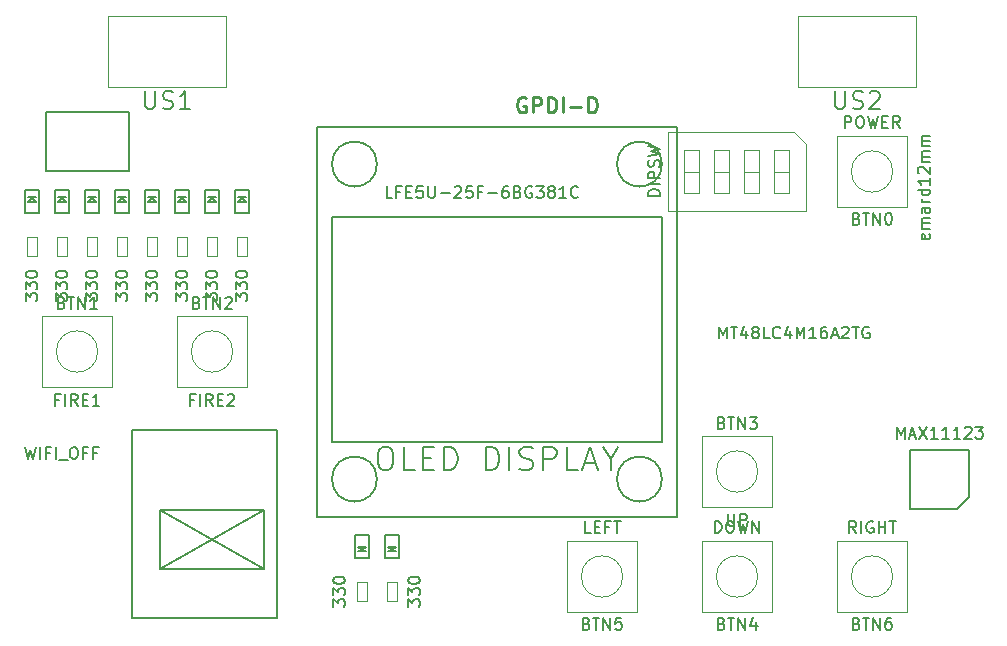
<source format=gbr>
G04 #@! TF.FileFunction,Other,Fab,Top*
%FSLAX46Y46*%
G04 Gerber Fmt 4.6, Leading zero omitted, Abs format (unit mm)*
G04 Created by KiCad (PCBNEW 4.0.7+dfsg1-1) date Fri Nov 10 03:01:21 2017*
%MOMM*%
%LPD*%
G01*
G04 APERTURE LIST*
%ADD10C,0.100000*%
%ADD11C,0.150000*%
%ADD12C,0.254000*%
G04 APERTURE END LIST*
D10*
D11*
X118530000Y-76260000D02*
X117930000Y-76260000D01*
X118230000Y-76360000D02*
X118530000Y-76660000D01*
X117930000Y-76660000D02*
X118230000Y-76360000D01*
X118530000Y-76660000D02*
X117930000Y-76660000D01*
X118830000Y-77660000D02*
X118830000Y-75660000D01*
X117630000Y-77660000D02*
X118830000Y-77660000D01*
X117630000Y-75660000D02*
X117630000Y-77660000D01*
X118830000Y-75660000D02*
X117630000Y-75660000D01*
X115990000Y-76260000D02*
X115390000Y-76260000D01*
X115690000Y-76360000D02*
X115990000Y-76660000D01*
X115390000Y-76660000D02*
X115690000Y-76360000D01*
X115990000Y-76660000D02*
X115390000Y-76660000D01*
X116290000Y-77660000D02*
X116290000Y-75660000D01*
X115090000Y-77660000D02*
X116290000Y-77660000D01*
X115090000Y-75660000D02*
X115090000Y-77660000D01*
X116290000Y-75660000D02*
X115090000Y-75660000D01*
X113450000Y-76260000D02*
X112850000Y-76260000D01*
X113150000Y-76360000D02*
X113450000Y-76660000D01*
X112850000Y-76660000D02*
X113150000Y-76360000D01*
X113450000Y-76660000D02*
X112850000Y-76660000D01*
X113750000Y-77660000D02*
X113750000Y-75660000D01*
X112550000Y-77660000D02*
X113750000Y-77660000D01*
X112550000Y-75660000D02*
X112550000Y-77660000D01*
X113750000Y-75660000D02*
X112550000Y-75660000D01*
X110910000Y-76260000D02*
X110310000Y-76260000D01*
X110610000Y-76360000D02*
X110910000Y-76660000D01*
X110310000Y-76660000D02*
X110610000Y-76360000D01*
X110910000Y-76660000D02*
X110310000Y-76660000D01*
X111210000Y-77660000D02*
X111210000Y-75660000D01*
X110010000Y-77660000D02*
X111210000Y-77660000D01*
X110010000Y-75660000D02*
X110010000Y-77660000D01*
X111210000Y-75660000D02*
X110010000Y-75660000D01*
X108370000Y-76260000D02*
X107770000Y-76260000D01*
X108070000Y-76360000D02*
X108370000Y-76660000D01*
X107770000Y-76660000D02*
X108070000Y-76360000D01*
X108370000Y-76660000D02*
X107770000Y-76660000D01*
X108670000Y-77660000D02*
X108670000Y-75660000D01*
X107470000Y-77660000D02*
X108670000Y-77660000D01*
X107470000Y-75660000D02*
X107470000Y-77660000D01*
X108670000Y-75660000D02*
X107470000Y-75660000D01*
X105830000Y-76260000D02*
X105230000Y-76260000D01*
X105530000Y-76360000D02*
X105830000Y-76660000D01*
X105230000Y-76660000D02*
X105530000Y-76360000D01*
X105830000Y-76660000D02*
X105230000Y-76660000D01*
X106130000Y-77660000D02*
X106130000Y-75660000D01*
X104930000Y-77660000D02*
X106130000Y-77660000D01*
X104930000Y-75660000D02*
X104930000Y-77660000D01*
X106130000Y-75660000D02*
X104930000Y-75660000D01*
X103290000Y-76260000D02*
X102690000Y-76260000D01*
X102990000Y-76360000D02*
X103290000Y-76660000D01*
X102690000Y-76660000D02*
X102990000Y-76360000D01*
X103290000Y-76660000D02*
X102690000Y-76660000D01*
X103590000Y-77660000D02*
X103590000Y-75660000D01*
X102390000Y-77660000D02*
X103590000Y-77660000D01*
X102390000Y-75660000D02*
X102390000Y-77660000D01*
X103590000Y-75660000D02*
X102390000Y-75660000D01*
X100750000Y-76260000D02*
X100150000Y-76260000D01*
X100450000Y-76360000D02*
X100750000Y-76660000D01*
X100150000Y-76660000D02*
X100450000Y-76360000D01*
X100750000Y-76660000D02*
X100150000Y-76660000D01*
X101050000Y-77660000D02*
X101050000Y-75660000D01*
X99850000Y-77660000D02*
X101050000Y-77660000D01*
X99850000Y-75660000D02*
X99850000Y-77660000D01*
X101050000Y-75660000D02*
X99850000Y-75660000D01*
X108624000Y-69080000D02*
X108624000Y-74080000D01*
X101624000Y-69080000D02*
X108624000Y-69080000D01*
X101624000Y-74080000D02*
X101624000Y-69080000D01*
X108624000Y-74080000D02*
X101624000Y-74080000D01*
X128090000Y-106270000D02*
X128690000Y-106270000D01*
X128390000Y-106170000D02*
X128090000Y-105870000D01*
X128690000Y-105870000D02*
X128390000Y-106170000D01*
X128090000Y-105870000D02*
X128690000Y-105870000D01*
X127790000Y-104870000D02*
X127790000Y-106870000D01*
X128990000Y-104870000D02*
X127790000Y-104870000D01*
X128990000Y-106870000D02*
X128990000Y-104870000D01*
X127790000Y-106870000D02*
X128990000Y-106870000D01*
X130630000Y-106270000D02*
X131230000Y-106270000D01*
X130930000Y-106170000D02*
X130630000Y-105870000D01*
X131230000Y-105870000D02*
X130930000Y-106170000D01*
X130630000Y-105870000D02*
X131230000Y-105870000D01*
X130330000Y-104870000D02*
X130330000Y-106870000D01*
X131530000Y-104870000D02*
X130330000Y-104870000D01*
X131530000Y-106870000D02*
X131530000Y-104870000D01*
X130330000Y-106870000D02*
X131530000Y-106870000D01*
D10*
X127990000Y-108880000D02*
X128790000Y-108880000D01*
X127990000Y-110480000D02*
X127990000Y-108880000D01*
X128790000Y-110480000D02*
X127990000Y-110480000D01*
X128790000Y-108880000D02*
X128790000Y-110480000D01*
X131330000Y-110480000D02*
X130530000Y-110480000D01*
X131330000Y-108880000D02*
X131330000Y-110480000D01*
X130530000Y-108880000D02*
X131330000Y-108880000D01*
X130530000Y-110480000D02*
X130530000Y-108880000D01*
X116880000Y-60925000D02*
X116880000Y-66925000D01*
X106880000Y-60925000D02*
X116880000Y-60925000D01*
X106880000Y-66925000D02*
X106880000Y-60925000D01*
X116880000Y-66925000D02*
X106880000Y-66925000D01*
X175300000Y-60925000D02*
X175300000Y-66925000D01*
X165300000Y-60925000D02*
X175300000Y-60925000D01*
X165300000Y-66925000D02*
X165300000Y-60925000D01*
X175300000Y-66925000D02*
X165300000Y-66925000D01*
X118630000Y-81270000D02*
X117830000Y-81270000D01*
X118630000Y-79670000D02*
X118630000Y-81270000D01*
X117830000Y-79670000D02*
X118630000Y-79670000D01*
X117830000Y-81270000D02*
X117830000Y-79670000D01*
X116090000Y-81270000D02*
X115290000Y-81270000D01*
X116090000Y-79670000D02*
X116090000Y-81270000D01*
X115290000Y-79670000D02*
X116090000Y-79670000D01*
X115290000Y-81270000D02*
X115290000Y-79670000D01*
X113550000Y-81270000D02*
X112750000Y-81270000D01*
X113550000Y-79670000D02*
X113550000Y-81270000D01*
X112750000Y-79670000D02*
X113550000Y-79670000D01*
X112750000Y-81270000D02*
X112750000Y-79670000D01*
X111010000Y-81270000D02*
X110210000Y-81270000D01*
X111010000Y-79670000D02*
X111010000Y-81270000D01*
X110210000Y-79670000D02*
X111010000Y-79670000D01*
X110210000Y-81270000D02*
X110210000Y-79670000D01*
X108470000Y-81270000D02*
X107670000Y-81270000D01*
X108470000Y-79670000D02*
X108470000Y-81270000D01*
X107670000Y-79670000D02*
X108470000Y-79670000D01*
X107670000Y-81270000D02*
X107670000Y-79670000D01*
X105930000Y-81270000D02*
X105130000Y-81270000D01*
X105930000Y-79670000D02*
X105930000Y-81270000D01*
X105130000Y-79670000D02*
X105930000Y-79670000D01*
X105130000Y-81270000D02*
X105130000Y-79670000D01*
X103390000Y-81270000D02*
X102590000Y-81270000D01*
X103390000Y-79670000D02*
X103390000Y-81270000D01*
X102590000Y-79670000D02*
X103390000Y-79670000D01*
X102590000Y-81270000D02*
X102590000Y-79670000D01*
X100850000Y-81270000D02*
X100050000Y-81270000D01*
X100850000Y-79670000D02*
X100850000Y-81270000D01*
X100050000Y-79670000D02*
X100850000Y-79670000D01*
X100050000Y-81270000D02*
X100050000Y-79670000D01*
D11*
X178785000Y-102655000D02*
X174785000Y-102655000D01*
X174785000Y-102655000D02*
X174785000Y-97655000D01*
X174785000Y-97655000D02*
X179785000Y-97655000D01*
X179785000Y-97655000D02*
X179785000Y-101655000D01*
X179785000Y-101655000D02*
X178785000Y-102655000D01*
X153790000Y-73485000D02*
G75*
G03X153790000Y-73485000I-1905000J0D01*
G01*
X129660000Y-73485000D02*
G75*
G03X129660000Y-73485000I-1905000J0D01*
G01*
X129660000Y-100155000D02*
G75*
G03X129660000Y-100155000I-1905000J0D01*
G01*
X153790000Y-100155000D02*
G75*
G03X153790000Y-100155000I-1905000J0D01*
G01*
X153790000Y-77930000D02*
X153790000Y-96980000D01*
X125850000Y-77930000D02*
X153790000Y-77930000D01*
X125850000Y-96980000D02*
X125850000Y-77930000D01*
X153790000Y-96980000D02*
X125850000Y-96980000D01*
X155060000Y-70310000D02*
X155060000Y-103330000D01*
X124580000Y-70310000D02*
X155060000Y-70310000D01*
X124580000Y-103330000D02*
X124580000Y-70310000D01*
X155060000Y-103330000D02*
X124580000Y-103330000D01*
D10*
X174570000Y-77120000D02*
X174570000Y-71120000D01*
X174570000Y-71120000D02*
X168570000Y-71120000D01*
X168570000Y-71120000D02*
X168570000Y-77120000D01*
X168570000Y-77120000D02*
X174570000Y-77120000D01*
X173320714Y-74120000D02*
G75*
G03X173320714Y-74120000I-1750714J0D01*
G01*
X101260000Y-86360000D02*
X101260000Y-92360000D01*
X101260000Y-92360000D02*
X107260000Y-92360000D01*
X107260000Y-92360000D02*
X107260000Y-86360000D01*
X107260000Y-86360000D02*
X101260000Y-86360000D01*
X106010714Y-89360000D02*
G75*
G03X106010714Y-89360000I-1750714J0D01*
G01*
X112690000Y-86360000D02*
X112690000Y-92360000D01*
X112690000Y-92360000D02*
X118690000Y-92360000D01*
X118690000Y-92360000D02*
X118690000Y-86360000D01*
X118690000Y-86360000D02*
X112690000Y-86360000D01*
X117440714Y-89360000D02*
G75*
G03X117440714Y-89360000I-1750714J0D01*
G01*
X157140000Y-96520000D02*
X157140000Y-102520000D01*
X157140000Y-102520000D02*
X163140000Y-102520000D01*
X163140000Y-102520000D02*
X163140000Y-96520000D01*
X163140000Y-96520000D02*
X157140000Y-96520000D01*
X161890714Y-99520000D02*
G75*
G03X161890714Y-99520000I-1750714J0D01*
G01*
X163140000Y-111410000D02*
X163140000Y-105410000D01*
X163140000Y-105410000D02*
X157140000Y-105410000D01*
X157140000Y-105410000D02*
X157140000Y-111410000D01*
X157140000Y-111410000D02*
X163140000Y-111410000D01*
X161890714Y-108410000D02*
G75*
G03X161890714Y-108410000I-1750714J0D01*
G01*
X151710000Y-111410000D02*
X151710000Y-105410000D01*
X151710000Y-105410000D02*
X145710000Y-105410000D01*
X145710000Y-105410000D02*
X145710000Y-111410000D01*
X145710000Y-111410000D02*
X151710000Y-111410000D01*
X150460714Y-108410000D02*
G75*
G03X150460714Y-108410000I-1750714J0D01*
G01*
X174570000Y-111410000D02*
X174570000Y-105410000D01*
X174570000Y-105410000D02*
X168570000Y-105410000D01*
X168570000Y-105410000D02*
X168570000Y-111410000D01*
X168570000Y-111410000D02*
X174570000Y-111410000D01*
X173320714Y-108410000D02*
G75*
G03X173320714Y-108410000I-1750714J0D01*
G01*
X166000000Y-71780000D02*
X166000000Y-77460000D01*
X166000000Y-77460000D02*
X154280000Y-77460000D01*
X154280000Y-77460000D02*
X154280000Y-70780000D01*
X154280000Y-70780000D02*
X165000000Y-70780000D01*
X165000000Y-70780000D02*
X166000000Y-71780000D01*
X164585000Y-72310000D02*
X163315000Y-72310000D01*
X163315000Y-72310000D02*
X163315000Y-75930000D01*
X163315000Y-75930000D02*
X164585000Y-75930000D01*
X164585000Y-75930000D02*
X164585000Y-72310000D01*
X164585000Y-74120000D02*
X163315000Y-74120000D01*
X162045000Y-72310000D02*
X160775000Y-72310000D01*
X160775000Y-72310000D02*
X160775000Y-75930000D01*
X160775000Y-75930000D02*
X162045000Y-75930000D01*
X162045000Y-75930000D02*
X162045000Y-72310000D01*
X162045000Y-74120000D02*
X160775000Y-74120000D01*
X159505000Y-72310000D02*
X158235000Y-72310000D01*
X158235000Y-72310000D02*
X158235000Y-75930000D01*
X158235000Y-75930000D02*
X159505000Y-75930000D01*
X159505000Y-75930000D02*
X159505000Y-72310000D01*
X159505000Y-74120000D02*
X158235000Y-74120000D01*
X156965000Y-72310000D02*
X155695000Y-72310000D01*
X155695000Y-72310000D02*
X155695000Y-75930000D01*
X155695000Y-75930000D02*
X156965000Y-75930000D01*
X156965000Y-75930000D02*
X156965000Y-72310000D01*
X156965000Y-74120000D02*
X155695000Y-74120000D01*
D11*
X120055000Y-102815000D02*
X111255000Y-107765000D01*
X120055000Y-107765000D02*
X111255000Y-102815000D01*
X120055000Y-102815000D02*
X120055000Y-107765000D01*
X111255000Y-102815000D02*
X111255000Y-107765000D01*
X111255000Y-107765000D02*
X120055000Y-107765000D01*
X120055000Y-102815000D02*
X111255000Y-102815000D01*
X121205000Y-95965000D02*
X108905000Y-95965000D01*
X121205000Y-111915000D02*
X121205000Y-95965000D01*
X108905000Y-111915000D02*
X121205000Y-111915000D01*
X108905000Y-95965000D02*
X108905000Y-111915000D01*
X158608857Y-88252381D02*
X158608857Y-87252381D01*
X158942191Y-87966667D01*
X159275524Y-87252381D01*
X159275524Y-88252381D01*
X159608857Y-87252381D02*
X160180286Y-87252381D01*
X159894571Y-88252381D02*
X159894571Y-87252381D01*
X160942191Y-87585714D02*
X160942191Y-88252381D01*
X160704095Y-87204762D02*
X160466000Y-87919048D01*
X161085048Y-87919048D01*
X161608857Y-87680952D02*
X161513619Y-87633333D01*
X161466000Y-87585714D01*
X161418381Y-87490476D01*
X161418381Y-87442857D01*
X161466000Y-87347619D01*
X161513619Y-87300000D01*
X161608857Y-87252381D01*
X161799334Y-87252381D01*
X161894572Y-87300000D01*
X161942191Y-87347619D01*
X161989810Y-87442857D01*
X161989810Y-87490476D01*
X161942191Y-87585714D01*
X161894572Y-87633333D01*
X161799334Y-87680952D01*
X161608857Y-87680952D01*
X161513619Y-87728571D01*
X161466000Y-87776190D01*
X161418381Y-87871429D01*
X161418381Y-88061905D01*
X161466000Y-88157143D01*
X161513619Y-88204762D01*
X161608857Y-88252381D01*
X161799334Y-88252381D01*
X161894572Y-88204762D01*
X161942191Y-88157143D01*
X161989810Y-88061905D01*
X161989810Y-87871429D01*
X161942191Y-87776190D01*
X161894572Y-87728571D01*
X161799334Y-87680952D01*
X162894572Y-88252381D02*
X162418381Y-88252381D01*
X162418381Y-87252381D01*
X163799334Y-88157143D02*
X163751715Y-88204762D01*
X163608858Y-88252381D01*
X163513620Y-88252381D01*
X163370762Y-88204762D01*
X163275524Y-88109524D01*
X163227905Y-88014286D01*
X163180286Y-87823810D01*
X163180286Y-87680952D01*
X163227905Y-87490476D01*
X163275524Y-87395238D01*
X163370762Y-87300000D01*
X163513620Y-87252381D01*
X163608858Y-87252381D01*
X163751715Y-87300000D01*
X163799334Y-87347619D01*
X164656477Y-87585714D02*
X164656477Y-88252381D01*
X164418381Y-87204762D02*
X164180286Y-87919048D01*
X164799334Y-87919048D01*
X165180286Y-88252381D02*
X165180286Y-87252381D01*
X165513620Y-87966667D01*
X165846953Y-87252381D01*
X165846953Y-88252381D01*
X166846953Y-88252381D02*
X166275524Y-88252381D01*
X166561238Y-88252381D02*
X166561238Y-87252381D01*
X166466000Y-87395238D01*
X166370762Y-87490476D01*
X166275524Y-87538095D01*
X167704096Y-87252381D02*
X167513619Y-87252381D01*
X167418381Y-87300000D01*
X167370762Y-87347619D01*
X167275524Y-87490476D01*
X167227905Y-87680952D01*
X167227905Y-88061905D01*
X167275524Y-88157143D01*
X167323143Y-88204762D01*
X167418381Y-88252381D01*
X167608858Y-88252381D01*
X167704096Y-88204762D01*
X167751715Y-88157143D01*
X167799334Y-88061905D01*
X167799334Y-87823810D01*
X167751715Y-87728571D01*
X167704096Y-87680952D01*
X167608858Y-87633333D01*
X167418381Y-87633333D01*
X167323143Y-87680952D01*
X167275524Y-87728571D01*
X167227905Y-87823810D01*
X168180286Y-87966667D02*
X168656477Y-87966667D01*
X168085048Y-88252381D02*
X168418381Y-87252381D01*
X168751715Y-88252381D01*
X169037429Y-87347619D02*
X169085048Y-87300000D01*
X169180286Y-87252381D01*
X169418382Y-87252381D01*
X169513620Y-87300000D01*
X169561239Y-87347619D01*
X169608858Y-87442857D01*
X169608858Y-87538095D01*
X169561239Y-87680952D01*
X168989810Y-88252381D01*
X169608858Y-88252381D01*
X169894572Y-87252381D02*
X170466001Y-87252381D01*
X170180286Y-88252381D02*
X170180286Y-87252381D01*
X171323144Y-87300000D02*
X171227906Y-87252381D01*
X171085049Y-87252381D01*
X170942191Y-87300000D01*
X170846953Y-87395238D01*
X170799334Y-87490476D01*
X170751715Y-87680952D01*
X170751715Y-87823810D01*
X170799334Y-88014286D01*
X170846953Y-88109524D01*
X170942191Y-88204762D01*
X171085049Y-88252381D01*
X171180287Y-88252381D01*
X171323144Y-88204762D01*
X171370763Y-88157143D01*
X171370763Y-87823810D01*
X171180287Y-87823810D01*
X99894762Y-97448381D02*
X100132857Y-98448381D01*
X100323334Y-97734095D01*
X100513810Y-98448381D01*
X100751905Y-97448381D01*
X101132857Y-98448381D02*
X101132857Y-97448381D01*
X101942381Y-97924571D02*
X101609047Y-97924571D01*
X101609047Y-98448381D02*
X101609047Y-97448381D01*
X102085238Y-97448381D01*
X102466190Y-98448381D02*
X102466190Y-97448381D01*
X102704285Y-98543619D02*
X103466190Y-98543619D01*
X103894761Y-97448381D02*
X104085238Y-97448381D01*
X104180476Y-97496000D01*
X104275714Y-97591238D01*
X104323333Y-97781714D01*
X104323333Y-98115048D01*
X104275714Y-98305524D01*
X104180476Y-98400762D01*
X104085238Y-98448381D01*
X103894761Y-98448381D01*
X103799523Y-98400762D01*
X103704285Y-98305524D01*
X103656666Y-98115048D01*
X103656666Y-97781714D01*
X103704285Y-97591238D01*
X103799523Y-97496000D01*
X103894761Y-97448381D01*
X105085238Y-97924571D02*
X104751904Y-97924571D01*
X104751904Y-98448381D02*
X104751904Y-97448381D01*
X105228095Y-97448381D01*
X105942381Y-97924571D02*
X105609047Y-97924571D01*
X105609047Y-98448381D02*
X105609047Y-97448381D01*
X106085238Y-97448381D01*
X125942381Y-110965714D02*
X125942381Y-110346666D01*
X126323333Y-110680000D01*
X126323333Y-110537142D01*
X126370952Y-110441904D01*
X126418571Y-110394285D01*
X126513810Y-110346666D01*
X126751905Y-110346666D01*
X126847143Y-110394285D01*
X126894762Y-110441904D01*
X126942381Y-110537142D01*
X126942381Y-110822857D01*
X126894762Y-110918095D01*
X126847143Y-110965714D01*
X125942381Y-110013333D02*
X125942381Y-109394285D01*
X126323333Y-109727619D01*
X126323333Y-109584761D01*
X126370952Y-109489523D01*
X126418571Y-109441904D01*
X126513810Y-109394285D01*
X126751905Y-109394285D01*
X126847143Y-109441904D01*
X126894762Y-109489523D01*
X126942381Y-109584761D01*
X126942381Y-109870476D01*
X126894762Y-109965714D01*
X126847143Y-110013333D01*
X125942381Y-108775238D02*
X125942381Y-108679999D01*
X125990000Y-108584761D01*
X126037619Y-108537142D01*
X126132857Y-108489523D01*
X126323333Y-108441904D01*
X126561429Y-108441904D01*
X126751905Y-108489523D01*
X126847143Y-108537142D01*
X126894762Y-108584761D01*
X126942381Y-108679999D01*
X126942381Y-108775238D01*
X126894762Y-108870476D01*
X126847143Y-108918095D01*
X126751905Y-108965714D01*
X126561429Y-109013333D01*
X126323333Y-109013333D01*
X126132857Y-108965714D01*
X126037619Y-108918095D01*
X125990000Y-108870476D01*
X125942381Y-108775238D01*
X132282381Y-110965714D02*
X132282381Y-110346666D01*
X132663333Y-110680000D01*
X132663333Y-110537142D01*
X132710952Y-110441904D01*
X132758571Y-110394285D01*
X132853810Y-110346666D01*
X133091905Y-110346666D01*
X133187143Y-110394285D01*
X133234762Y-110441904D01*
X133282381Y-110537142D01*
X133282381Y-110822857D01*
X133234762Y-110918095D01*
X133187143Y-110965714D01*
X132282381Y-110013333D02*
X132282381Y-109394285D01*
X132663333Y-109727619D01*
X132663333Y-109584761D01*
X132710952Y-109489523D01*
X132758571Y-109441904D01*
X132853810Y-109394285D01*
X133091905Y-109394285D01*
X133187143Y-109441904D01*
X133234762Y-109489523D01*
X133282381Y-109584761D01*
X133282381Y-109870476D01*
X133234762Y-109965714D01*
X133187143Y-110013333D01*
X132282381Y-108775238D02*
X132282381Y-108679999D01*
X132330000Y-108584761D01*
X132377619Y-108537142D01*
X132472857Y-108489523D01*
X132663333Y-108441904D01*
X132901429Y-108441904D01*
X133091905Y-108489523D01*
X133187143Y-108537142D01*
X133234762Y-108584761D01*
X133282381Y-108679999D01*
X133282381Y-108775238D01*
X133234762Y-108870476D01*
X133187143Y-108918095D01*
X133091905Y-108965714D01*
X132901429Y-109013333D01*
X132663333Y-109013333D01*
X132472857Y-108965714D01*
X132377619Y-108918095D01*
X132330000Y-108870476D01*
X132282381Y-108775238D01*
X110022858Y-67329571D02*
X110022858Y-68543857D01*
X110094286Y-68686714D01*
X110165715Y-68758143D01*
X110308572Y-68829571D01*
X110594286Y-68829571D01*
X110737144Y-68758143D01*
X110808572Y-68686714D01*
X110880001Y-68543857D01*
X110880001Y-67329571D01*
X111522858Y-68758143D02*
X111737144Y-68829571D01*
X112094287Y-68829571D01*
X112237144Y-68758143D01*
X112308573Y-68686714D01*
X112380001Y-68543857D01*
X112380001Y-68401000D01*
X112308573Y-68258143D01*
X112237144Y-68186714D01*
X112094287Y-68115286D01*
X111808573Y-68043857D01*
X111665715Y-67972429D01*
X111594287Y-67901000D01*
X111522858Y-67758143D01*
X111522858Y-67615286D01*
X111594287Y-67472429D01*
X111665715Y-67401000D01*
X111808573Y-67329571D01*
X112165715Y-67329571D01*
X112380001Y-67401000D01*
X113808572Y-68829571D02*
X112951429Y-68829571D01*
X113380001Y-68829571D02*
X113380001Y-67329571D01*
X113237144Y-67543857D01*
X113094286Y-67686714D01*
X112951429Y-67758143D01*
X168442858Y-67329571D02*
X168442858Y-68543857D01*
X168514286Y-68686714D01*
X168585715Y-68758143D01*
X168728572Y-68829571D01*
X169014286Y-68829571D01*
X169157144Y-68758143D01*
X169228572Y-68686714D01*
X169300001Y-68543857D01*
X169300001Y-67329571D01*
X169942858Y-68758143D02*
X170157144Y-68829571D01*
X170514287Y-68829571D01*
X170657144Y-68758143D01*
X170728573Y-68686714D01*
X170800001Y-68543857D01*
X170800001Y-68401000D01*
X170728573Y-68258143D01*
X170657144Y-68186714D01*
X170514287Y-68115286D01*
X170228573Y-68043857D01*
X170085715Y-67972429D01*
X170014287Y-67901000D01*
X169942858Y-67758143D01*
X169942858Y-67615286D01*
X170014287Y-67472429D01*
X170085715Y-67401000D01*
X170228573Y-67329571D01*
X170585715Y-67329571D01*
X170800001Y-67401000D01*
X171371429Y-67472429D02*
X171442858Y-67401000D01*
X171585715Y-67329571D01*
X171942858Y-67329571D01*
X172085715Y-67401000D01*
X172157144Y-67472429D01*
X172228572Y-67615286D01*
X172228572Y-67758143D01*
X172157144Y-67972429D01*
X171300001Y-68829571D01*
X172228572Y-68829571D01*
X117682381Y-85057714D02*
X117682381Y-84438666D01*
X118063333Y-84772000D01*
X118063333Y-84629142D01*
X118110952Y-84533904D01*
X118158571Y-84486285D01*
X118253810Y-84438666D01*
X118491905Y-84438666D01*
X118587143Y-84486285D01*
X118634762Y-84533904D01*
X118682381Y-84629142D01*
X118682381Y-84914857D01*
X118634762Y-85010095D01*
X118587143Y-85057714D01*
X117682381Y-84105333D02*
X117682381Y-83486285D01*
X118063333Y-83819619D01*
X118063333Y-83676761D01*
X118110952Y-83581523D01*
X118158571Y-83533904D01*
X118253810Y-83486285D01*
X118491905Y-83486285D01*
X118587143Y-83533904D01*
X118634762Y-83581523D01*
X118682381Y-83676761D01*
X118682381Y-83962476D01*
X118634762Y-84057714D01*
X118587143Y-84105333D01*
X117682381Y-82867238D02*
X117682381Y-82771999D01*
X117730000Y-82676761D01*
X117777619Y-82629142D01*
X117872857Y-82581523D01*
X118063333Y-82533904D01*
X118301429Y-82533904D01*
X118491905Y-82581523D01*
X118587143Y-82629142D01*
X118634762Y-82676761D01*
X118682381Y-82771999D01*
X118682381Y-82867238D01*
X118634762Y-82962476D01*
X118587143Y-83010095D01*
X118491905Y-83057714D01*
X118301429Y-83105333D01*
X118063333Y-83105333D01*
X117872857Y-83057714D01*
X117777619Y-83010095D01*
X117730000Y-82962476D01*
X117682381Y-82867238D01*
X115142381Y-85057714D02*
X115142381Y-84438666D01*
X115523333Y-84772000D01*
X115523333Y-84629142D01*
X115570952Y-84533904D01*
X115618571Y-84486285D01*
X115713810Y-84438666D01*
X115951905Y-84438666D01*
X116047143Y-84486285D01*
X116094762Y-84533904D01*
X116142381Y-84629142D01*
X116142381Y-84914857D01*
X116094762Y-85010095D01*
X116047143Y-85057714D01*
X115142381Y-84105333D02*
X115142381Y-83486285D01*
X115523333Y-83819619D01*
X115523333Y-83676761D01*
X115570952Y-83581523D01*
X115618571Y-83533904D01*
X115713810Y-83486285D01*
X115951905Y-83486285D01*
X116047143Y-83533904D01*
X116094762Y-83581523D01*
X116142381Y-83676761D01*
X116142381Y-83962476D01*
X116094762Y-84057714D01*
X116047143Y-84105333D01*
X115142381Y-82867238D02*
X115142381Y-82771999D01*
X115190000Y-82676761D01*
X115237619Y-82629142D01*
X115332857Y-82581523D01*
X115523333Y-82533904D01*
X115761429Y-82533904D01*
X115951905Y-82581523D01*
X116047143Y-82629142D01*
X116094762Y-82676761D01*
X116142381Y-82771999D01*
X116142381Y-82867238D01*
X116094762Y-82962476D01*
X116047143Y-83010095D01*
X115951905Y-83057714D01*
X115761429Y-83105333D01*
X115523333Y-83105333D01*
X115332857Y-83057714D01*
X115237619Y-83010095D01*
X115190000Y-82962476D01*
X115142381Y-82867238D01*
X112602381Y-85057714D02*
X112602381Y-84438666D01*
X112983333Y-84772000D01*
X112983333Y-84629142D01*
X113030952Y-84533904D01*
X113078571Y-84486285D01*
X113173810Y-84438666D01*
X113411905Y-84438666D01*
X113507143Y-84486285D01*
X113554762Y-84533904D01*
X113602381Y-84629142D01*
X113602381Y-84914857D01*
X113554762Y-85010095D01*
X113507143Y-85057714D01*
X112602381Y-84105333D02*
X112602381Y-83486285D01*
X112983333Y-83819619D01*
X112983333Y-83676761D01*
X113030952Y-83581523D01*
X113078571Y-83533904D01*
X113173810Y-83486285D01*
X113411905Y-83486285D01*
X113507143Y-83533904D01*
X113554762Y-83581523D01*
X113602381Y-83676761D01*
X113602381Y-83962476D01*
X113554762Y-84057714D01*
X113507143Y-84105333D01*
X112602381Y-82867238D02*
X112602381Y-82771999D01*
X112650000Y-82676761D01*
X112697619Y-82629142D01*
X112792857Y-82581523D01*
X112983333Y-82533904D01*
X113221429Y-82533904D01*
X113411905Y-82581523D01*
X113507143Y-82629142D01*
X113554762Y-82676761D01*
X113602381Y-82771999D01*
X113602381Y-82867238D01*
X113554762Y-82962476D01*
X113507143Y-83010095D01*
X113411905Y-83057714D01*
X113221429Y-83105333D01*
X112983333Y-83105333D01*
X112792857Y-83057714D01*
X112697619Y-83010095D01*
X112650000Y-82962476D01*
X112602381Y-82867238D01*
X110062381Y-85057714D02*
X110062381Y-84438666D01*
X110443333Y-84772000D01*
X110443333Y-84629142D01*
X110490952Y-84533904D01*
X110538571Y-84486285D01*
X110633810Y-84438666D01*
X110871905Y-84438666D01*
X110967143Y-84486285D01*
X111014762Y-84533904D01*
X111062381Y-84629142D01*
X111062381Y-84914857D01*
X111014762Y-85010095D01*
X110967143Y-85057714D01*
X110062381Y-84105333D02*
X110062381Y-83486285D01*
X110443333Y-83819619D01*
X110443333Y-83676761D01*
X110490952Y-83581523D01*
X110538571Y-83533904D01*
X110633810Y-83486285D01*
X110871905Y-83486285D01*
X110967143Y-83533904D01*
X111014762Y-83581523D01*
X111062381Y-83676761D01*
X111062381Y-83962476D01*
X111014762Y-84057714D01*
X110967143Y-84105333D01*
X110062381Y-82867238D02*
X110062381Y-82771999D01*
X110110000Y-82676761D01*
X110157619Y-82629142D01*
X110252857Y-82581523D01*
X110443333Y-82533904D01*
X110681429Y-82533904D01*
X110871905Y-82581523D01*
X110967143Y-82629142D01*
X111014762Y-82676761D01*
X111062381Y-82771999D01*
X111062381Y-82867238D01*
X111014762Y-82962476D01*
X110967143Y-83010095D01*
X110871905Y-83057714D01*
X110681429Y-83105333D01*
X110443333Y-83105333D01*
X110252857Y-83057714D01*
X110157619Y-83010095D01*
X110110000Y-82962476D01*
X110062381Y-82867238D01*
X107522381Y-85057714D02*
X107522381Y-84438666D01*
X107903333Y-84772000D01*
X107903333Y-84629142D01*
X107950952Y-84533904D01*
X107998571Y-84486285D01*
X108093810Y-84438666D01*
X108331905Y-84438666D01*
X108427143Y-84486285D01*
X108474762Y-84533904D01*
X108522381Y-84629142D01*
X108522381Y-84914857D01*
X108474762Y-85010095D01*
X108427143Y-85057714D01*
X107522381Y-84105333D02*
X107522381Y-83486285D01*
X107903333Y-83819619D01*
X107903333Y-83676761D01*
X107950952Y-83581523D01*
X107998571Y-83533904D01*
X108093810Y-83486285D01*
X108331905Y-83486285D01*
X108427143Y-83533904D01*
X108474762Y-83581523D01*
X108522381Y-83676761D01*
X108522381Y-83962476D01*
X108474762Y-84057714D01*
X108427143Y-84105333D01*
X107522381Y-82867238D02*
X107522381Y-82771999D01*
X107570000Y-82676761D01*
X107617619Y-82629142D01*
X107712857Y-82581523D01*
X107903333Y-82533904D01*
X108141429Y-82533904D01*
X108331905Y-82581523D01*
X108427143Y-82629142D01*
X108474762Y-82676761D01*
X108522381Y-82771999D01*
X108522381Y-82867238D01*
X108474762Y-82962476D01*
X108427143Y-83010095D01*
X108331905Y-83057714D01*
X108141429Y-83105333D01*
X107903333Y-83105333D01*
X107712857Y-83057714D01*
X107617619Y-83010095D01*
X107570000Y-82962476D01*
X107522381Y-82867238D01*
X104982381Y-85057714D02*
X104982381Y-84438666D01*
X105363333Y-84772000D01*
X105363333Y-84629142D01*
X105410952Y-84533904D01*
X105458571Y-84486285D01*
X105553810Y-84438666D01*
X105791905Y-84438666D01*
X105887143Y-84486285D01*
X105934762Y-84533904D01*
X105982381Y-84629142D01*
X105982381Y-84914857D01*
X105934762Y-85010095D01*
X105887143Y-85057714D01*
X104982381Y-84105333D02*
X104982381Y-83486285D01*
X105363333Y-83819619D01*
X105363333Y-83676761D01*
X105410952Y-83581523D01*
X105458571Y-83533904D01*
X105553810Y-83486285D01*
X105791905Y-83486285D01*
X105887143Y-83533904D01*
X105934762Y-83581523D01*
X105982381Y-83676761D01*
X105982381Y-83962476D01*
X105934762Y-84057714D01*
X105887143Y-84105333D01*
X104982381Y-82867238D02*
X104982381Y-82771999D01*
X105030000Y-82676761D01*
X105077619Y-82629142D01*
X105172857Y-82581523D01*
X105363333Y-82533904D01*
X105601429Y-82533904D01*
X105791905Y-82581523D01*
X105887143Y-82629142D01*
X105934762Y-82676761D01*
X105982381Y-82771999D01*
X105982381Y-82867238D01*
X105934762Y-82962476D01*
X105887143Y-83010095D01*
X105791905Y-83057714D01*
X105601429Y-83105333D01*
X105363333Y-83105333D01*
X105172857Y-83057714D01*
X105077619Y-83010095D01*
X105030000Y-82962476D01*
X104982381Y-82867238D01*
X102442381Y-85057714D02*
X102442381Y-84438666D01*
X102823333Y-84772000D01*
X102823333Y-84629142D01*
X102870952Y-84533904D01*
X102918571Y-84486285D01*
X103013810Y-84438666D01*
X103251905Y-84438666D01*
X103347143Y-84486285D01*
X103394762Y-84533904D01*
X103442381Y-84629142D01*
X103442381Y-84914857D01*
X103394762Y-85010095D01*
X103347143Y-85057714D01*
X102442381Y-84105333D02*
X102442381Y-83486285D01*
X102823333Y-83819619D01*
X102823333Y-83676761D01*
X102870952Y-83581523D01*
X102918571Y-83533904D01*
X103013810Y-83486285D01*
X103251905Y-83486285D01*
X103347143Y-83533904D01*
X103394762Y-83581523D01*
X103442381Y-83676761D01*
X103442381Y-83962476D01*
X103394762Y-84057714D01*
X103347143Y-84105333D01*
X102442381Y-82867238D02*
X102442381Y-82771999D01*
X102490000Y-82676761D01*
X102537619Y-82629142D01*
X102632857Y-82581523D01*
X102823333Y-82533904D01*
X103061429Y-82533904D01*
X103251905Y-82581523D01*
X103347143Y-82629142D01*
X103394762Y-82676761D01*
X103442381Y-82771999D01*
X103442381Y-82867238D01*
X103394762Y-82962476D01*
X103347143Y-83010095D01*
X103251905Y-83057714D01*
X103061429Y-83105333D01*
X102823333Y-83105333D01*
X102632857Y-83057714D01*
X102537619Y-83010095D01*
X102490000Y-82962476D01*
X102442381Y-82867238D01*
X99902381Y-85057714D02*
X99902381Y-84438666D01*
X100283333Y-84772000D01*
X100283333Y-84629142D01*
X100330952Y-84533904D01*
X100378571Y-84486285D01*
X100473810Y-84438666D01*
X100711905Y-84438666D01*
X100807143Y-84486285D01*
X100854762Y-84533904D01*
X100902381Y-84629142D01*
X100902381Y-84914857D01*
X100854762Y-85010095D01*
X100807143Y-85057714D01*
X99902381Y-84105333D02*
X99902381Y-83486285D01*
X100283333Y-83819619D01*
X100283333Y-83676761D01*
X100330952Y-83581523D01*
X100378571Y-83533904D01*
X100473810Y-83486285D01*
X100711905Y-83486285D01*
X100807143Y-83533904D01*
X100854762Y-83581523D01*
X100902381Y-83676761D01*
X100902381Y-83962476D01*
X100854762Y-84057714D01*
X100807143Y-84105333D01*
X99902381Y-82867238D02*
X99902381Y-82771999D01*
X99950000Y-82676761D01*
X99997619Y-82629142D01*
X100092857Y-82581523D01*
X100283333Y-82533904D01*
X100521429Y-82533904D01*
X100711905Y-82581523D01*
X100807143Y-82629142D01*
X100854762Y-82676761D01*
X100902381Y-82771999D01*
X100902381Y-82867238D01*
X100854762Y-82962476D01*
X100807143Y-83010095D01*
X100711905Y-83057714D01*
X100521429Y-83105333D01*
X100283333Y-83105333D01*
X100092857Y-83057714D01*
X99997619Y-83010095D01*
X99950000Y-82962476D01*
X99902381Y-82867238D01*
X173665952Y-96732381D02*
X173665952Y-95732381D01*
X173999286Y-96446667D01*
X174332619Y-95732381D01*
X174332619Y-96732381D01*
X174761190Y-96446667D02*
X175237381Y-96446667D01*
X174665952Y-96732381D02*
X174999285Y-95732381D01*
X175332619Y-96732381D01*
X175570714Y-95732381D02*
X176237381Y-96732381D01*
X176237381Y-95732381D02*
X175570714Y-96732381D01*
X177142143Y-96732381D02*
X176570714Y-96732381D01*
X176856428Y-96732381D02*
X176856428Y-95732381D01*
X176761190Y-95875238D01*
X176665952Y-95970476D01*
X176570714Y-96018095D01*
X178094524Y-96732381D02*
X177523095Y-96732381D01*
X177808809Y-96732381D02*
X177808809Y-95732381D01*
X177713571Y-95875238D01*
X177618333Y-95970476D01*
X177523095Y-96018095D01*
X179046905Y-96732381D02*
X178475476Y-96732381D01*
X178761190Y-96732381D02*
X178761190Y-95732381D01*
X178665952Y-95875238D01*
X178570714Y-95970476D01*
X178475476Y-96018095D01*
X179427857Y-95827619D02*
X179475476Y-95780000D01*
X179570714Y-95732381D01*
X179808810Y-95732381D01*
X179904048Y-95780000D01*
X179951667Y-95827619D01*
X179999286Y-95922857D01*
X179999286Y-96018095D01*
X179951667Y-96160952D01*
X179380238Y-96732381D01*
X179999286Y-96732381D01*
X180332619Y-95732381D02*
X180951667Y-95732381D01*
X180618333Y-96113333D01*
X180761191Y-96113333D01*
X180856429Y-96160952D01*
X180904048Y-96208571D01*
X180951667Y-96303810D01*
X180951667Y-96541905D01*
X180904048Y-96637143D01*
X180856429Y-96684762D01*
X180761191Y-96732381D01*
X180475476Y-96732381D01*
X180380238Y-96684762D01*
X180332619Y-96637143D01*
X130200952Y-97408762D02*
X130581904Y-97408762D01*
X130772380Y-97504000D01*
X130962857Y-97694476D01*
X131058095Y-98075429D01*
X131058095Y-98742095D01*
X130962857Y-99123048D01*
X130772380Y-99313524D01*
X130581904Y-99408762D01*
X130200952Y-99408762D01*
X130010476Y-99313524D01*
X129819999Y-99123048D01*
X129724761Y-98742095D01*
X129724761Y-98075429D01*
X129819999Y-97694476D01*
X130010476Y-97504000D01*
X130200952Y-97408762D01*
X132867618Y-99408762D02*
X131915237Y-99408762D01*
X131915237Y-97408762D01*
X133534285Y-98361143D02*
X134200952Y-98361143D01*
X134486666Y-99408762D02*
X133534285Y-99408762D01*
X133534285Y-97408762D01*
X134486666Y-97408762D01*
X135343809Y-99408762D02*
X135343809Y-97408762D01*
X135820000Y-97408762D01*
X136105714Y-97504000D01*
X136296190Y-97694476D01*
X136391429Y-97884952D01*
X136486667Y-98265905D01*
X136486667Y-98551619D01*
X136391429Y-98932571D01*
X136296190Y-99123048D01*
X136105714Y-99313524D01*
X135820000Y-99408762D01*
X135343809Y-99408762D01*
X138867619Y-99408762D02*
X138867619Y-97408762D01*
X139343810Y-97408762D01*
X139629524Y-97504000D01*
X139820000Y-97694476D01*
X139915239Y-97884952D01*
X140010477Y-98265905D01*
X140010477Y-98551619D01*
X139915239Y-98932571D01*
X139820000Y-99123048D01*
X139629524Y-99313524D01*
X139343810Y-99408762D01*
X138867619Y-99408762D01*
X140867619Y-99408762D02*
X140867619Y-97408762D01*
X141724762Y-99313524D02*
X142010477Y-99408762D01*
X142486667Y-99408762D01*
X142677143Y-99313524D01*
X142772381Y-99218286D01*
X142867620Y-99027810D01*
X142867620Y-98837333D01*
X142772381Y-98646857D01*
X142677143Y-98551619D01*
X142486667Y-98456381D01*
X142105715Y-98361143D01*
X141915239Y-98265905D01*
X141820000Y-98170667D01*
X141724762Y-97980190D01*
X141724762Y-97789714D01*
X141820000Y-97599238D01*
X141915239Y-97504000D01*
X142105715Y-97408762D01*
X142581905Y-97408762D01*
X142867620Y-97504000D01*
X143724762Y-99408762D02*
X143724762Y-97408762D01*
X144486667Y-97408762D01*
X144677143Y-97504000D01*
X144772382Y-97599238D01*
X144867620Y-97789714D01*
X144867620Y-98075429D01*
X144772382Y-98265905D01*
X144677143Y-98361143D01*
X144486667Y-98456381D01*
X143724762Y-98456381D01*
X146677143Y-99408762D02*
X145724762Y-99408762D01*
X145724762Y-97408762D01*
X147248572Y-98837333D02*
X148200953Y-98837333D01*
X147058096Y-99408762D02*
X147724763Y-97408762D01*
X148391430Y-99408762D01*
X149439049Y-98456381D02*
X149439049Y-99408762D01*
X148772382Y-97408762D02*
X149439049Y-98456381D01*
X150105716Y-97408762D01*
D12*
X142239048Y-67897000D02*
X142118096Y-67836524D01*
X141936667Y-67836524D01*
X141755239Y-67897000D01*
X141634286Y-68017952D01*
X141573810Y-68138905D01*
X141513334Y-68380810D01*
X141513334Y-68562238D01*
X141573810Y-68804143D01*
X141634286Y-68925095D01*
X141755239Y-69046048D01*
X141936667Y-69106524D01*
X142057619Y-69106524D01*
X142239048Y-69046048D01*
X142299524Y-68985571D01*
X142299524Y-68562238D01*
X142057619Y-68562238D01*
X142843810Y-69106524D02*
X142843810Y-67836524D01*
X143327619Y-67836524D01*
X143448572Y-67897000D01*
X143509048Y-67957476D01*
X143569524Y-68078429D01*
X143569524Y-68259857D01*
X143509048Y-68380810D01*
X143448572Y-68441286D01*
X143327619Y-68501762D01*
X142843810Y-68501762D01*
X144113810Y-69106524D02*
X144113810Y-67836524D01*
X144416191Y-67836524D01*
X144597619Y-67897000D01*
X144718572Y-68017952D01*
X144779048Y-68138905D01*
X144839524Y-68380810D01*
X144839524Y-68562238D01*
X144779048Y-68804143D01*
X144718572Y-68925095D01*
X144597619Y-69046048D01*
X144416191Y-69106524D01*
X144113810Y-69106524D01*
X145383810Y-69106524D02*
X145383810Y-67836524D01*
X145988572Y-68622714D02*
X146956191Y-68622714D01*
X147560953Y-69106524D02*
X147560953Y-67836524D01*
X147863334Y-67836524D01*
X148044762Y-67897000D01*
X148165715Y-68017952D01*
X148226191Y-68138905D01*
X148286667Y-68380810D01*
X148286667Y-68562238D01*
X148226191Y-68804143D01*
X148165715Y-68925095D01*
X148044762Y-69046048D01*
X147863334Y-69106524D01*
X147560953Y-69106524D01*
D11*
X169260476Y-70422381D02*
X169260476Y-69422381D01*
X169641429Y-69422381D01*
X169736667Y-69470000D01*
X169784286Y-69517619D01*
X169831905Y-69612857D01*
X169831905Y-69755714D01*
X169784286Y-69850952D01*
X169736667Y-69898571D01*
X169641429Y-69946190D01*
X169260476Y-69946190D01*
X170450952Y-69422381D02*
X170641429Y-69422381D01*
X170736667Y-69470000D01*
X170831905Y-69565238D01*
X170879524Y-69755714D01*
X170879524Y-70089048D01*
X170831905Y-70279524D01*
X170736667Y-70374762D01*
X170641429Y-70422381D01*
X170450952Y-70422381D01*
X170355714Y-70374762D01*
X170260476Y-70279524D01*
X170212857Y-70089048D01*
X170212857Y-69755714D01*
X170260476Y-69565238D01*
X170355714Y-69470000D01*
X170450952Y-69422381D01*
X171212857Y-69422381D02*
X171450952Y-70422381D01*
X171641429Y-69708095D01*
X171831905Y-70422381D01*
X172070000Y-69422381D01*
X172450952Y-69898571D02*
X172784286Y-69898571D01*
X172927143Y-70422381D02*
X172450952Y-70422381D01*
X172450952Y-69422381D01*
X172927143Y-69422381D01*
X173927143Y-70422381D02*
X173593809Y-69946190D01*
X173355714Y-70422381D02*
X173355714Y-69422381D01*
X173736667Y-69422381D01*
X173831905Y-69470000D01*
X173879524Y-69517619D01*
X173927143Y-69612857D01*
X173927143Y-69755714D01*
X173879524Y-69850952D01*
X173831905Y-69898571D01*
X173736667Y-69946190D01*
X173355714Y-69946190D01*
X170260477Y-78098571D02*
X170403334Y-78146190D01*
X170450953Y-78193810D01*
X170498572Y-78289048D01*
X170498572Y-78431905D01*
X170450953Y-78527143D01*
X170403334Y-78574762D01*
X170308096Y-78622381D01*
X169927143Y-78622381D01*
X169927143Y-77622381D01*
X170260477Y-77622381D01*
X170355715Y-77670000D01*
X170403334Y-77717619D01*
X170450953Y-77812857D01*
X170450953Y-77908095D01*
X170403334Y-78003333D01*
X170355715Y-78050952D01*
X170260477Y-78098571D01*
X169927143Y-78098571D01*
X170784286Y-77622381D02*
X171355715Y-77622381D01*
X171070000Y-78622381D02*
X171070000Y-77622381D01*
X171689048Y-78622381D02*
X171689048Y-77622381D01*
X172260477Y-78622381D01*
X172260477Y-77622381D01*
X172927143Y-77622381D02*
X173022382Y-77622381D01*
X173117620Y-77670000D01*
X173165239Y-77717619D01*
X173212858Y-77812857D01*
X173260477Y-78003333D01*
X173260477Y-78241429D01*
X173212858Y-78431905D01*
X173165239Y-78527143D01*
X173117620Y-78574762D01*
X173022382Y-78622381D01*
X172927143Y-78622381D01*
X172831905Y-78574762D01*
X172784286Y-78527143D01*
X172736667Y-78431905D01*
X172689048Y-78241429D01*
X172689048Y-78003333D01*
X172736667Y-77812857D01*
X172784286Y-77717619D01*
X172831905Y-77670000D01*
X172927143Y-77622381D01*
X102736191Y-93438571D02*
X102402857Y-93438571D01*
X102402857Y-93962381D02*
X102402857Y-92962381D01*
X102879048Y-92962381D01*
X103260000Y-93962381D02*
X103260000Y-92962381D01*
X104307619Y-93962381D02*
X103974285Y-93486190D01*
X103736190Y-93962381D02*
X103736190Y-92962381D01*
X104117143Y-92962381D01*
X104212381Y-93010000D01*
X104260000Y-93057619D01*
X104307619Y-93152857D01*
X104307619Y-93295714D01*
X104260000Y-93390952D01*
X104212381Y-93438571D01*
X104117143Y-93486190D01*
X103736190Y-93486190D01*
X104736190Y-93438571D02*
X105069524Y-93438571D01*
X105212381Y-93962381D02*
X104736190Y-93962381D01*
X104736190Y-92962381D01*
X105212381Y-92962381D01*
X106164762Y-93962381D02*
X105593333Y-93962381D01*
X105879047Y-93962381D02*
X105879047Y-92962381D01*
X105783809Y-93105238D01*
X105688571Y-93200476D01*
X105593333Y-93248095D01*
X102950477Y-85238571D02*
X103093334Y-85286190D01*
X103140953Y-85333810D01*
X103188572Y-85429048D01*
X103188572Y-85571905D01*
X103140953Y-85667143D01*
X103093334Y-85714762D01*
X102998096Y-85762381D01*
X102617143Y-85762381D01*
X102617143Y-84762381D01*
X102950477Y-84762381D01*
X103045715Y-84810000D01*
X103093334Y-84857619D01*
X103140953Y-84952857D01*
X103140953Y-85048095D01*
X103093334Y-85143333D01*
X103045715Y-85190952D01*
X102950477Y-85238571D01*
X102617143Y-85238571D01*
X103474286Y-84762381D02*
X104045715Y-84762381D01*
X103760000Y-85762381D02*
X103760000Y-84762381D01*
X104379048Y-85762381D02*
X104379048Y-84762381D01*
X104950477Y-85762381D01*
X104950477Y-84762381D01*
X105950477Y-85762381D02*
X105379048Y-85762381D01*
X105664762Y-85762381D02*
X105664762Y-84762381D01*
X105569524Y-84905238D01*
X105474286Y-85000476D01*
X105379048Y-85048095D01*
X114166191Y-93438571D02*
X113832857Y-93438571D01*
X113832857Y-93962381D02*
X113832857Y-92962381D01*
X114309048Y-92962381D01*
X114690000Y-93962381D02*
X114690000Y-92962381D01*
X115737619Y-93962381D02*
X115404285Y-93486190D01*
X115166190Y-93962381D02*
X115166190Y-92962381D01*
X115547143Y-92962381D01*
X115642381Y-93010000D01*
X115690000Y-93057619D01*
X115737619Y-93152857D01*
X115737619Y-93295714D01*
X115690000Y-93390952D01*
X115642381Y-93438571D01*
X115547143Y-93486190D01*
X115166190Y-93486190D01*
X116166190Y-93438571D02*
X116499524Y-93438571D01*
X116642381Y-93962381D02*
X116166190Y-93962381D01*
X116166190Y-92962381D01*
X116642381Y-92962381D01*
X117023333Y-93057619D02*
X117070952Y-93010000D01*
X117166190Y-92962381D01*
X117404286Y-92962381D01*
X117499524Y-93010000D01*
X117547143Y-93057619D01*
X117594762Y-93152857D01*
X117594762Y-93248095D01*
X117547143Y-93390952D01*
X116975714Y-93962381D01*
X117594762Y-93962381D01*
X114380477Y-85238571D02*
X114523334Y-85286190D01*
X114570953Y-85333810D01*
X114618572Y-85429048D01*
X114618572Y-85571905D01*
X114570953Y-85667143D01*
X114523334Y-85714762D01*
X114428096Y-85762381D01*
X114047143Y-85762381D01*
X114047143Y-84762381D01*
X114380477Y-84762381D01*
X114475715Y-84810000D01*
X114523334Y-84857619D01*
X114570953Y-84952857D01*
X114570953Y-85048095D01*
X114523334Y-85143333D01*
X114475715Y-85190952D01*
X114380477Y-85238571D01*
X114047143Y-85238571D01*
X114904286Y-84762381D02*
X115475715Y-84762381D01*
X115190000Y-85762381D02*
X115190000Y-84762381D01*
X115809048Y-85762381D02*
X115809048Y-84762381D01*
X116380477Y-85762381D01*
X116380477Y-84762381D01*
X116809048Y-84857619D02*
X116856667Y-84810000D01*
X116951905Y-84762381D01*
X117190001Y-84762381D01*
X117285239Y-84810000D01*
X117332858Y-84857619D01*
X117380477Y-84952857D01*
X117380477Y-85048095D01*
X117332858Y-85190952D01*
X116761429Y-85762381D01*
X117380477Y-85762381D01*
X159354286Y-103122381D02*
X159354286Y-103931905D01*
X159401905Y-104027143D01*
X159449524Y-104074762D01*
X159544762Y-104122381D01*
X159735239Y-104122381D01*
X159830477Y-104074762D01*
X159878096Y-104027143D01*
X159925715Y-103931905D01*
X159925715Y-103122381D01*
X160401905Y-104122381D02*
X160401905Y-103122381D01*
X160782858Y-103122381D01*
X160878096Y-103170000D01*
X160925715Y-103217619D01*
X160973334Y-103312857D01*
X160973334Y-103455714D01*
X160925715Y-103550952D01*
X160878096Y-103598571D01*
X160782858Y-103646190D01*
X160401905Y-103646190D01*
X158830477Y-95398571D02*
X158973334Y-95446190D01*
X159020953Y-95493810D01*
X159068572Y-95589048D01*
X159068572Y-95731905D01*
X159020953Y-95827143D01*
X158973334Y-95874762D01*
X158878096Y-95922381D01*
X158497143Y-95922381D01*
X158497143Y-94922381D01*
X158830477Y-94922381D01*
X158925715Y-94970000D01*
X158973334Y-95017619D01*
X159020953Y-95112857D01*
X159020953Y-95208095D01*
X158973334Y-95303333D01*
X158925715Y-95350952D01*
X158830477Y-95398571D01*
X158497143Y-95398571D01*
X159354286Y-94922381D02*
X159925715Y-94922381D01*
X159640000Y-95922381D02*
X159640000Y-94922381D01*
X160259048Y-95922381D02*
X160259048Y-94922381D01*
X160830477Y-95922381D01*
X160830477Y-94922381D01*
X161211429Y-94922381D02*
X161830477Y-94922381D01*
X161497143Y-95303333D01*
X161640001Y-95303333D01*
X161735239Y-95350952D01*
X161782858Y-95398571D01*
X161830477Y-95493810D01*
X161830477Y-95731905D01*
X161782858Y-95827143D01*
X161735239Y-95874762D01*
X161640001Y-95922381D01*
X161354286Y-95922381D01*
X161259048Y-95874762D01*
X161211429Y-95827143D01*
X158259048Y-104712381D02*
X158259048Y-103712381D01*
X158497143Y-103712381D01*
X158640001Y-103760000D01*
X158735239Y-103855238D01*
X158782858Y-103950476D01*
X158830477Y-104140952D01*
X158830477Y-104283810D01*
X158782858Y-104474286D01*
X158735239Y-104569524D01*
X158640001Y-104664762D01*
X158497143Y-104712381D01*
X158259048Y-104712381D01*
X159449524Y-103712381D02*
X159640001Y-103712381D01*
X159735239Y-103760000D01*
X159830477Y-103855238D01*
X159878096Y-104045714D01*
X159878096Y-104379048D01*
X159830477Y-104569524D01*
X159735239Y-104664762D01*
X159640001Y-104712381D01*
X159449524Y-104712381D01*
X159354286Y-104664762D01*
X159259048Y-104569524D01*
X159211429Y-104379048D01*
X159211429Y-104045714D01*
X159259048Y-103855238D01*
X159354286Y-103760000D01*
X159449524Y-103712381D01*
X160211429Y-103712381D02*
X160449524Y-104712381D01*
X160640001Y-103998095D01*
X160830477Y-104712381D01*
X161068572Y-103712381D01*
X161449524Y-104712381D02*
X161449524Y-103712381D01*
X162020953Y-104712381D01*
X162020953Y-103712381D01*
X158830477Y-112388571D02*
X158973334Y-112436190D01*
X159020953Y-112483810D01*
X159068572Y-112579048D01*
X159068572Y-112721905D01*
X159020953Y-112817143D01*
X158973334Y-112864762D01*
X158878096Y-112912381D01*
X158497143Y-112912381D01*
X158497143Y-111912381D01*
X158830477Y-111912381D01*
X158925715Y-111960000D01*
X158973334Y-112007619D01*
X159020953Y-112102857D01*
X159020953Y-112198095D01*
X158973334Y-112293333D01*
X158925715Y-112340952D01*
X158830477Y-112388571D01*
X158497143Y-112388571D01*
X159354286Y-111912381D02*
X159925715Y-111912381D01*
X159640000Y-112912381D02*
X159640000Y-111912381D01*
X160259048Y-112912381D02*
X160259048Y-111912381D01*
X160830477Y-112912381D01*
X160830477Y-111912381D01*
X161735239Y-112245714D02*
X161735239Y-112912381D01*
X161497143Y-111864762D02*
X161259048Y-112579048D01*
X161878096Y-112579048D01*
X147757619Y-104712381D02*
X147281428Y-104712381D01*
X147281428Y-103712381D01*
X148090952Y-104188571D02*
X148424286Y-104188571D01*
X148567143Y-104712381D02*
X148090952Y-104712381D01*
X148090952Y-103712381D01*
X148567143Y-103712381D01*
X149329048Y-104188571D02*
X148995714Y-104188571D01*
X148995714Y-104712381D02*
X148995714Y-103712381D01*
X149471905Y-103712381D01*
X149710000Y-103712381D02*
X150281429Y-103712381D01*
X149995714Y-104712381D02*
X149995714Y-103712381D01*
X147400477Y-112388571D02*
X147543334Y-112436190D01*
X147590953Y-112483810D01*
X147638572Y-112579048D01*
X147638572Y-112721905D01*
X147590953Y-112817143D01*
X147543334Y-112864762D01*
X147448096Y-112912381D01*
X147067143Y-112912381D01*
X147067143Y-111912381D01*
X147400477Y-111912381D01*
X147495715Y-111960000D01*
X147543334Y-112007619D01*
X147590953Y-112102857D01*
X147590953Y-112198095D01*
X147543334Y-112293333D01*
X147495715Y-112340952D01*
X147400477Y-112388571D01*
X147067143Y-112388571D01*
X147924286Y-111912381D02*
X148495715Y-111912381D01*
X148210000Y-112912381D02*
X148210000Y-111912381D01*
X148829048Y-112912381D02*
X148829048Y-111912381D01*
X149400477Y-112912381D01*
X149400477Y-111912381D01*
X150352858Y-111912381D02*
X149876667Y-111912381D01*
X149829048Y-112388571D01*
X149876667Y-112340952D01*
X149971905Y-112293333D01*
X150210001Y-112293333D01*
X150305239Y-112340952D01*
X150352858Y-112388571D01*
X150400477Y-112483810D01*
X150400477Y-112721905D01*
X150352858Y-112817143D01*
X150305239Y-112864762D01*
X150210001Y-112912381D01*
X149971905Y-112912381D01*
X149876667Y-112864762D01*
X149829048Y-112817143D01*
X170236667Y-104712381D02*
X169903333Y-104236190D01*
X169665238Y-104712381D02*
X169665238Y-103712381D01*
X170046191Y-103712381D01*
X170141429Y-103760000D01*
X170189048Y-103807619D01*
X170236667Y-103902857D01*
X170236667Y-104045714D01*
X170189048Y-104140952D01*
X170141429Y-104188571D01*
X170046191Y-104236190D01*
X169665238Y-104236190D01*
X170665238Y-104712381D02*
X170665238Y-103712381D01*
X171665238Y-103760000D02*
X171570000Y-103712381D01*
X171427143Y-103712381D01*
X171284285Y-103760000D01*
X171189047Y-103855238D01*
X171141428Y-103950476D01*
X171093809Y-104140952D01*
X171093809Y-104283810D01*
X171141428Y-104474286D01*
X171189047Y-104569524D01*
X171284285Y-104664762D01*
X171427143Y-104712381D01*
X171522381Y-104712381D01*
X171665238Y-104664762D01*
X171712857Y-104617143D01*
X171712857Y-104283810D01*
X171522381Y-104283810D01*
X172141428Y-104712381D02*
X172141428Y-103712381D01*
X172141428Y-104188571D02*
X172712857Y-104188571D01*
X172712857Y-104712381D02*
X172712857Y-103712381D01*
X173046190Y-103712381D02*
X173617619Y-103712381D01*
X173331904Y-104712381D02*
X173331904Y-103712381D01*
X170260477Y-112388571D02*
X170403334Y-112436190D01*
X170450953Y-112483810D01*
X170498572Y-112579048D01*
X170498572Y-112721905D01*
X170450953Y-112817143D01*
X170403334Y-112864762D01*
X170308096Y-112912381D01*
X169927143Y-112912381D01*
X169927143Y-111912381D01*
X170260477Y-111912381D01*
X170355715Y-111960000D01*
X170403334Y-112007619D01*
X170450953Y-112102857D01*
X170450953Y-112198095D01*
X170403334Y-112293333D01*
X170355715Y-112340952D01*
X170260477Y-112388571D01*
X169927143Y-112388571D01*
X170784286Y-111912381D02*
X171355715Y-111912381D01*
X171070000Y-112912381D02*
X171070000Y-111912381D01*
X171689048Y-112912381D02*
X171689048Y-111912381D01*
X172260477Y-112912381D01*
X172260477Y-111912381D01*
X173165239Y-111912381D02*
X172974762Y-111912381D01*
X172879524Y-111960000D01*
X172831905Y-112007619D01*
X172736667Y-112150476D01*
X172689048Y-112340952D01*
X172689048Y-112721905D01*
X172736667Y-112817143D01*
X172784286Y-112864762D01*
X172879524Y-112912381D01*
X173070001Y-112912381D01*
X173165239Y-112864762D01*
X173212858Y-112817143D01*
X173260477Y-112721905D01*
X173260477Y-112483810D01*
X173212858Y-112388571D01*
X173165239Y-112340952D01*
X173070001Y-112293333D01*
X172879524Y-112293333D01*
X172784286Y-112340952D01*
X172736667Y-112388571D01*
X172689048Y-112483810D01*
X153612381Y-76167619D02*
X152612381Y-76167619D01*
X152612381Y-75929524D01*
X152660000Y-75786666D01*
X152755238Y-75691428D01*
X152850476Y-75643809D01*
X153040952Y-75596190D01*
X153183810Y-75596190D01*
X153374286Y-75643809D01*
X153469524Y-75691428D01*
X153564762Y-75786666D01*
X153612381Y-75929524D01*
X153612381Y-76167619D01*
X153612381Y-75167619D02*
X152612381Y-75167619D01*
X153612381Y-74691429D02*
X152612381Y-74691429D01*
X152612381Y-74310476D01*
X152660000Y-74215238D01*
X152707619Y-74167619D01*
X152802857Y-74120000D01*
X152945714Y-74120000D01*
X153040952Y-74167619D01*
X153088571Y-74215238D01*
X153136190Y-74310476D01*
X153136190Y-74691429D01*
X153564762Y-73739048D02*
X153612381Y-73596191D01*
X153612381Y-73358095D01*
X153564762Y-73262857D01*
X153517143Y-73215238D01*
X153421905Y-73167619D01*
X153326667Y-73167619D01*
X153231429Y-73215238D01*
X153183810Y-73262857D01*
X153136190Y-73358095D01*
X153088571Y-73548572D01*
X153040952Y-73643810D01*
X152993333Y-73691429D01*
X152898095Y-73739048D01*
X152802857Y-73739048D01*
X152707619Y-73691429D01*
X152660000Y-73643810D01*
X152612381Y-73548572D01*
X152612381Y-73310476D01*
X152660000Y-73167619D01*
X152612381Y-72834286D02*
X153612381Y-72596191D01*
X152898095Y-72405714D01*
X153612381Y-72215238D01*
X152612381Y-71977143D01*
X130954762Y-76350381D02*
X130478571Y-76350381D01*
X130478571Y-75350381D01*
X131621429Y-75826571D02*
X131288095Y-75826571D01*
X131288095Y-76350381D02*
X131288095Y-75350381D01*
X131764286Y-75350381D01*
X132145238Y-75826571D02*
X132478572Y-75826571D01*
X132621429Y-76350381D02*
X132145238Y-76350381D01*
X132145238Y-75350381D01*
X132621429Y-75350381D01*
X133526191Y-75350381D02*
X133050000Y-75350381D01*
X133002381Y-75826571D01*
X133050000Y-75778952D01*
X133145238Y-75731333D01*
X133383334Y-75731333D01*
X133478572Y-75778952D01*
X133526191Y-75826571D01*
X133573810Y-75921810D01*
X133573810Y-76159905D01*
X133526191Y-76255143D01*
X133478572Y-76302762D01*
X133383334Y-76350381D01*
X133145238Y-76350381D01*
X133050000Y-76302762D01*
X133002381Y-76255143D01*
X134002381Y-75350381D02*
X134002381Y-76159905D01*
X134050000Y-76255143D01*
X134097619Y-76302762D01*
X134192857Y-76350381D01*
X134383334Y-76350381D01*
X134478572Y-76302762D01*
X134526191Y-76255143D01*
X134573810Y-76159905D01*
X134573810Y-75350381D01*
X135050000Y-75969429D02*
X135811905Y-75969429D01*
X136240476Y-75445619D02*
X136288095Y-75398000D01*
X136383333Y-75350381D01*
X136621429Y-75350381D01*
X136716667Y-75398000D01*
X136764286Y-75445619D01*
X136811905Y-75540857D01*
X136811905Y-75636095D01*
X136764286Y-75778952D01*
X136192857Y-76350381D01*
X136811905Y-76350381D01*
X137716667Y-75350381D02*
X137240476Y-75350381D01*
X137192857Y-75826571D01*
X137240476Y-75778952D01*
X137335714Y-75731333D01*
X137573810Y-75731333D01*
X137669048Y-75778952D01*
X137716667Y-75826571D01*
X137764286Y-75921810D01*
X137764286Y-76159905D01*
X137716667Y-76255143D01*
X137669048Y-76302762D01*
X137573810Y-76350381D01*
X137335714Y-76350381D01*
X137240476Y-76302762D01*
X137192857Y-76255143D01*
X138526191Y-75826571D02*
X138192857Y-75826571D01*
X138192857Y-76350381D02*
X138192857Y-75350381D01*
X138669048Y-75350381D01*
X139050000Y-75969429D02*
X139811905Y-75969429D01*
X140716667Y-75350381D02*
X140526190Y-75350381D01*
X140430952Y-75398000D01*
X140383333Y-75445619D01*
X140288095Y-75588476D01*
X140240476Y-75778952D01*
X140240476Y-76159905D01*
X140288095Y-76255143D01*
X140335714Y-76302762D01*
X140430952Y-76350381D01*
X140621429Y-76350381D01*
X140716667Y-76302762D01*
X140764286Y-76255143D01*
X140811905Y-76159905D01*
X140811905Y-75921810D01*
X140764286Y-75826571D01*
X140716667Y-75778952D01*
X140621429Y-75731333D01*
X140430952Y-75731333D01*
X140335714Y-75778952D01*
X140288095Y-75826571D01*
X140240476Y-75921810D01*
X141573810Y-75826571D02*
X141716667Y-75874190D01*
X141764286Y-75921810D01*
X141811905Y-76017048D01*
X141811905Y-76159905D01*
X141764286Y-76255143D01*
X141716667Y-76302762D01*
X141621429Y-76350381D01*
X141240476Y-76350381D01*
X141240476Y-75350381D01*
X141573810Y-75350381D01*
X141669048Y-75398000D01*
X141716667Y-75445619D01*
X141764286Y-75540857D01*
X141764286Y-75636095D01*
X141716667Y-75731333D01*
X141669048Y-75778952D01*
X141573810Y-75826571D01*
X141240476Y-75826571D01*
X142764286Y-75398000D02*
X142669048Y-75350381D01*
X142526191Y-75350381D01*
X142383333Y-75398000D01*
X142288095Y-75493238D01*
X142240476Y-75588476D01*
X142192857Y-75778952D01*
X142192857Y-75921810D01*
X142240476Y-76112286D01*
X142288095Y-76207524D01*
X142383333Y-76302762D01*
X142526191Y-76350381D01*
X142621429Y-76350381D01*
X142764286Y-76302762D01*
X142811905Y-76255143D01*
X142811905Y-75921810D01*
X142621429Y-75921810D01*
X143145238Y-75350381D02*
X143764286Y-75350381D01*
X143430952Y-75731333D01*
X143573810Y-75731333D01*
X143669048Y-75778952D01*
X143716667Y-75826571D01*
X143764286Y-75921810D01*
X143764286Y-76159905D01*
X143716667Y-76255143D01*
X143669048Y-76302762D01*
X143573810Y-76350381D01*
X143288095Y-76350381D01*
X143192857Y-76302762D01*
X143145238Y-76255143D01*
X144335714Y-75778952D02*
X144240476Y-75731333D01*
X144192857Y-75683714D01*
X144145238Y-75588476D01*
X144145238Y-75540857D01*
X144192857Y-75445619D01*
X144240476Y-75398000D01*
X144335714Y-75350381D01*
X144526191Y-75350381D01*
X144621429Y-75398000D01*
X144669048Y-75445619D01*
X144716667Y-75540857D01*
X144716667Y-75588476D01*
X144669048Y-75683714D01*
X144621429Y-75731333D01*
X144526191Y-75778952D01*
X144335714Y-75778952D01*
X144240476Y-75826571D01*
X144192857Y-75874190D01*
X144145238Y-75969429D01*
X144145238Y-76159905D01*
X144192857Y-76255143D01*
X144240476Y-76302762D01*
X144335714Y-76350381D01*
X144526191Y-76350381D01*
X144621429Y-76302762D01*
X144669048Y-76255143D01*
X144716667Y-76159905D01*
X144716667Y-75969429D01*
X144669048Y-75874190D01*
X144621429Y-75826571D01*
X144526191Y-75778952D01*
X145669048Y-76350381D02*
X145097619Y-76350381D01*
X145383333Y-76350381D02*
X145383333Y-75350381D01*
X145288095Y-75493238D01*
X145192857Y-75588476D01*
X145097619Y-75636095D01*
X146669048Y-76255143D02*
X146621429Y-76302762D01*
X146478572Y-76350381D01*
X146383334Y-76350381D01*
X146240476Y-76302762D01*
X146145238Y-76207524D01*
X146097619Y-76112286D01*
X146050000Y-75921810D01*
X146050000Y-75778952D01*
X146097619Y-75588476D01*
X146145238Y-75493238D01*
X146240476Y-75398000D01*
X146383334Y-75350381D01*
X146478572Y-75350381D01*
X146621429Y-75398000D01*
X146669048Y-75445619D01*
X176394762Y-79420190D02*
X176442381Y-79515428D01*
X176442381Y-79705905D01*
X176394762Y-79801143D01*
X176299524Y-79848762D01*
X175918571Y-79848762D01*
X175823333Y-79801143D01*
X175775714Y-79705905D01*
X175775714Y-79515428D01*
X175823333Y-79420190D01*
X175918571Y-79372571D01*
X176013810Y-79372571D01*
X176109048Y-79848762D01*
X176442381Y-78944000D02*
X175775714Y-78944000D01*
X175870952Y-78944000D02*
X175823333Y-78896381D01*
X175775714Y-78801143D01*
X175775714Y-78658285D01*
X175823333Y-78563047D01*
X175918571Y-78515428D01*
X176442381Y-78515428D01*
X175918571Y-78515428D02*
X175823333Y-78467809D01*
X175775714Y-78372571D01*
X175775714Y-78229714D01*
X175823333Y-78134476D01*
X175918571Y-78086857D01*
X176442381Y-78086857D01*
X176442381Y-77182095D02*
X175918571Y-77182095D01*
X175823333Y-77229714D01*
X175775714Y-77324952D01*
X175775714Y-77515429D01*
X175823333Y-77610667D01*
X176394762Y-77182095D02*
X176442381Y-77277333D01*
X176442381Y-77515429D01*
X176394762Y-77610667D01*
X176299524Y-77658286D01*
X176204286Y-77658286D01*
X176109048Y-77610667D01*
X176061429Y-77515429D01*
X176061429Y-77277333D01*
X176013810Y-77182095D01*
X176442381Y-76705905D02*
X175775714Y-76705905D01*
X175966190Y-76705905D02*
X175870952Y-76658286D01*
X175823333Y-76610667D01*
X175775714Y-76515429D01*
X175775714Y-76420190D01*
X176442381Y-75658285D02*
X175442381Y-75658285D01*
X176394762Y-75658285D02*
X176442381Y-75753523D01*
X176442381Y-75944000D01*
X176394762Y-76039238D01*
X176347143Y-76086857D01*
X176251905Y-76134476D01*
X175966190Y-76134476D01*
X175870952Y-76086857D01*
X175823333Y-76039238D01*
X175775714Y-75944000D01*
X175775714Y-75753523D01*
X175823333Y-75658285D01*
X176442381Y-74658285D02*
X176442381Y-75229714D01*
X176442381Y-74944000D02*
X175442381Y-74944000D01*
X175585238Y-75039238D01*
X175680476Y-75134476D01*
X175728095Y-75229714D01*
X175537619Y-74277333D02*
X175490000Y-74229714D01*
X175442381Y-74134476D01*
X175442381Y-73896380D01*
X175490000Y-73801142D01*
X175537619Y-73753523D01*
X175632857Y-73705904D01*
X175728095Y-73705904D01*
X175870952Y-73753523D01*
X176442381Y-74324952D01*
X176442381Y-73705904D01*
X176442381Y-73277333D02*
X175775714Y-73277333D01*
X175870952Y-73277333D02*
X175823333Y-73229714D01*
X175775714Y-73134476D01*
X175775714Y-72991618D01*
X175823333Y-72896380D01*
X175918571Y-72848761D01*
X176442381Y-72848761D01*
X175918571Y-72848761D02*
X175823333Y-72801142D01*
X175775714Y-72705904D01*
X175775714Y-72563047D01*
X175823333Y-72467809D01*
X175918571Y-72420190D01*
X176442381Y-72420190D01*
X176442381Y-71944000D02*
X175775714Y-71944000D01*
X175870952Y-71944000D02*
X175823333Y-71896381D01*
X175775714Y-71801143D01*
X175775714Y-71658285D01*
X175823333Y-71563047D01*
X175918571Y-71515428D01*
X176442381Y-71515428D01*
X175918571Y-71515428D02*
X175823333Y-71467809D01*
X175775714Y-71372571D01*
X175775714Y-71229714D01*
X175823333Y-71134476D01*
X175918571Y-71086857D01*
X176442381Y-71086857D01*
M02*

</source>
